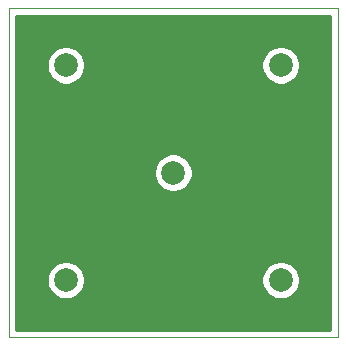
<source format=gbr>
G04 #@! TF.GenerationSoftware,KiCad,Pcbnew,5.1.5+dfsg1-2build2*
G04 #@! TF.CreationDate,2022-03-05T21:40:51-05:00*
G04 #@! TF.ProjectId,N_FLANGE_4_HOLES,4e5f464c-414e-4474-955f-345f484f4c45,rev?*
G04 #@! TF.SameCoordinates,Original*
G04 #@! TF.FileFunction,Copper,L1,Top*
G04 #@! TF.FilePolarity,Positive*
%FSLAX46Y46*%
G04 Gerber Fmt 4.6, Leading zero omitted, Abs format (unit mm)*
G04 Created by KiCad (PCBNEW 5.1.5+dfsg1-2build2) date 2022-03-05 21:40:51*
%MOMM*%
%LPD*%
G04 APERTURE LIST*
%ADD10C,0.050000*%
%ADD11C,1.998980*%
%ADD12C,0.254000*%
G04 APERTURE END LIST*
D10*
X50000000Y-77900000D02*
X77900000Y-77900000D01*
X77900000Y-50000000D02*
X77900000Y-77900000D01*
X50000000Y-50000000D02*
X77900000Y-50000000D01*
X50000000Y-50000000D02*
X50000000Y-77900000D01*
D11*
X63950000Y-63950000D03*
X54850000Y-73050000D03*
X73050000Y-73050000D03*
X73050000Y-54850000D03*
X54850000Y-54850000D03*
D12*
G36*
X77240001Y-77240000D02*
G01*
X50660000Y-77240000D01*
X50660000Y-72889017D01*
X53215510Y-72889017D01*
X53215510Y-73210983D01*
X53278322Y-73526763D01*
X53401533Y-73824222D01*
X53580408Y-74091927D01*
X53808073Y-74319592D01*
X54075778Y-74498467D01*
X54373237Y-74621678D01*
X54689017Y-74684490D01*
X55010983Y-74684490D01*
X55326763Y-74621678D01*
X55624222Y-74498467D01*
X55891927Y-74319592D01*
X56119592Y-74091927D01*
X56298467Y-73824222D01*
X56421678Y-73526763D01*
X56484490Y-73210983D01*
X56484490Y-72889017D01*
X71415510Y-72889017D01*
X71415510Y-73210983D01*
X71478322Y-73526763D01*
X71601533Y-73824222D01*
X71780408Y-74091927D01*
X72008073Y-74319592D01*
X72275778Y-74498467D01*
X72573237Y-74621678D01*
X72889017Y-74684490D01*
X73210983Y-74684490D01*
X73526763Y-74621678D01*
X73824222Y-74498467D01*
X74091927Y-74319592D01*
X74319592Y-74091927D01*
X74498467Y-73824222D01*
X74621678Y-73526763D01*
X74684490Y-73210983D01*
X74684490Y-72889017D01*
X74621678Y-72573237D01*
X74498467Y-72275778D01*
X74319592Y-72008073D01*
X74091927Y-71780408D01*
X73824222Y-71601533D01*
X73526763Y-71478322D01*
X73210983Y-71415510D01*
X72889017Y-71415510D01*
X72573237Y-71478322D01*
X72275778Y-71601533D01*
X72008073Y-71780408D01*
X71780408Y-72008073D01*
X71601533Y-72275778D01*
X71478322Y-72573237D01*
X71415510Y-72889017D01*
X56484490Y-72889017D01*
X56421678Y-72573237D01*
X56298467Y-72275778D01*
X56119592Y-72008073D01*
X55891927Y-71780408D01*
X55624222Y-71601533D01*
X55326763Y-71478322D01*
X55010983Y-71415510D01*
X54689017Y-71415510D01*
X54373237Y-71478322D01*
X54075778Y-71601533D01*
X53808073Y-71780408D01*
X53580408Y-72008073D01*
X53401533Y-72275778D01*
X53278322Y-72573237D01*
X53215510Y-72889017D01*
X50660000Y-72889017D01*
X50660000Y-63789017D01*
X62315510Y-63789017D01*
X62315510Y-64110983D01*
X62378322Y-64426763D01*
X62501533Y-64724222D01*
X62680408Y-64991927D01*
X62908073Y-65219592D01*
X63175778Y-65398467D01*
X63473237Y-65521678D01*
X63789017Y-65584490D01*
X64110983Y-65584490D01*
X64426763Y-65521678D01*
X64724222Y-65398467D01*
X64991927Y-65219592D01*
X65219592Y-64991927D01*
X65398467Y-64724222D01*
X65521678Y-64426763D01*
X65584490Y-64110983D01*
X65584490Y-63789017D01*
X65521678Y-63473237D01*
X65398467Y-63175778D01*
X65219592Y-62908073D01*
X64991927Y-62680408D01*
X64724222Y-62501533D01*
X64426763Y-62378322D01*
X64110983Y-62315510D01*
X63789017Y-62315510D01*
X63473237Y-62378322D01*
X63175778Y-62501533D01*
X62908073Y-62680408D01*
X62680408Y-62908073D01*
X62501533Y-63175778D01*
X62378322Y-63473237D01*
X62315510Y-63789017D01*
X50660000Y-63789017D01*
X50660000Y-54689017D01*
X53215510Y-54689017D01*
X53215510Y-55010983D01*
X53278322Y-55326763D01*
X53401533Y-55624222D01*
X53580408Y-55891927D01*
X53808073Y-56119592D01*
X54075778Y-56298467D01*
X54373237Y-56421678D01*
X54689017Y-56484490D01*
X55010983Y-56484490D01*
X55326763Y-56421678D01*
X55624222Y-56298467D01*
X55891927Y-56119592D01*
X56119592Y-55891927D01*
X56298467Y-55624222D01*
X56421678Y-55326763D01*
X56484490Y-55010983D01*
X56484490Y-54689017D01*
X71415510Y-54689017D01*
X71415510Y-55010983D01*
X71478322Y-55326763D01*
X71601533Y-55624222D01*
X71780408Y-55891927D01*
X72008073Y-56119592D01*
X72275778Y-56298467D01*
X72573237Y-56421678D01*
X72889017Y-56484490D01*
X73210983Y-56484490D01*
X73526763Y-56421678D01*
X73824222Y-56298467D01*
X74091927Y-56119592D01*
X74319592Y-55891927D01*
X74498467Y-55624222D01*
X74621678Y-55326763D01*
X74684490Y-55010983D01*
X74684490Y-54689017D01*
X74621678Y-54373237D01*
X74498467Y-54075778D01*
X74319592Y-53808073D01*
X74091927Y-53580408D01*
X73824222Y-53401533D01*
X73526763Y-53278322D01*
X73210983Y-53215510D01*
X72889017Y-53215510D01*
X72573237Y-53278322D01*
X72275778Y-53401533D01*
X72008073Y-53580408D01*
X71780408Y-53808073D01*
X71601533Y-54075778D01*
X71478322Y-54373237D01*
X71415510Y-54689017D01*
X56484490Y-54689017D01*
X56421678Y-54373237D01*
X56298467Y-54075778D01*
X56119592Y-53808073D01*
X55891927Y-53580408D01*
X55624222Y-53401533D01*
X55326763Y-53278322D01*
X55010983Y-53215510D01*
X54689017Y-53215510D01*
X54373237Y-53278322D01*
X54075778Y-53401533D01*
X53808073Y-53580408D01*
X53580408Y-53808073D01*
X53401533Y-54075778D01*
X53278322Y-54373237D01*
X53215510Y-54689017D01*
X50660000Y-54689017D01*
X50660000Y-50660000D01*
X77240000Y-50660000D01*
X77240001Y-77240000D01*
G37*
X77240001Y-77240000D02*
X50660000Y-77240000D01*
X50660000Y-72889017D01*
X53215510Y-72889017D01*
X53215510Y-73210983D01*
X53278322Y-73526763D01*
X53401533Y-73824222D01*
X53580408Y-74091927D01*
X53808073Y-74319592D01*
X54075778Y-74498467D01*
X54373237Y-74621678D01*
X54689017Y-74684490D01*
X55010983Y-74684490D01*
X55326763Y-74621678D01*
X55624222Y-74498467D01*
X55891927Y-74319592D01*
X56119592Y-74091927D01*
X56298467Y-73824222D01*
X56421678Y-73526763D01*
X56484490Y-73210983D01*
X56484490Y-72889017D01*
X71415510Y-72889017D01*
X71415510Y-73210983D01*
X71478322Y-73526763D01*
X71601533Y-73824222D01*
X71780408Y-74091927D01*
X72008073Y-74319592D01*
X72275778Y-74498467D01*
X72573237Y-74621678D01*
X72889017Y-74684490D01*
X73210983Y-74684490D01*
X73526763Y-74621678D01*
X73824222Y-74498467D01*
X74091927Y-74319592D01*
X74319592Y-74091927D01*
X74498467Y-73824222D01*
X74621678Y-73526763D01*
X74684490Y-73210983D01*
X74684490Y-72889017D01*
X74621678Y-72573237D01*
X74498467Y-72275778D01*
X74319592Y-72008073D01*
X74091927Y-71780408D01*
X73824222Y-71601533D01*
X73526763Y-71478322D01*
X73210983Y-71415510D01*
X72889017Y-71415510D01*
X72573237Y-71478322D01*
X72275778Y-71601533D01*
X72008073Y-71780408D01*
X71780408Y-72008073D01*
X71601533Y-72275778D01*
X71478322Y-72573237D01*
X71415510Y-72889017D01*
X56484490Y-72889017D01*
X56421678Y-72573237D01*
X56298467Y-72275778D01*
X56119592Y-72008073D01*
X55891927Y-71780408D01*
X55624222Y-71601533D01*
X55326763Y-71478322D01*
X55010983Y-71415510D01*
X54689017Y-71415510D01*
X54373237Y-71478322D01*
X54075778Y-71601533D01*
X53808073Y-71780408D01*
X53580408Y-72008073D01*
X53401533Y-72275778D01*
X53278322Y-72573237D01*
X53215510Y-72889017D01*
X50660000Y-72889017D01*
X50660000Y-63789017D01*
X62315510Y-63789017D01*
X62315510Y-64110983D01*
X62378322Y-64426763D01*
X62501533Y-64724222D01*
X62680408Y-64991927D01*
X62908073Y-65219592D01*
X63175778Y-65398467D01*
X63473237Y-65521678D01*
X63789017Y-65584490D01*
X64110983Y-65584490D01*
X64426763Y-65521678D01*
X64724222Y-65398467D01*
X64991927Y-65219592D01*
X65219592Y-64991927D01*
X65398467Y-64724222D01*
X65521678Y-64426763D01*
X65584490Y-64110983D01*
X65584490Y-63789017D01*
X65521678Y-63473237D01*
X65398467Y-63175778D01*
X65219592Y-62908073D01*
X64991927Y-62680408D01*
X64724222Y-62501533D01*
X64426763Y-62378322D01*
X64110983Y-62315510D01*
X63789017Y-62315510D01*
X63473237Y-62378322D01*
X63175778Y-62501533D01*
X62908073Y-62680408D01*
X62680408Y-62908073D01*
X62501533Y-63175778D01*
X62378322Y-63473237D01*
X62315510Y-63789017D01*
X50660000Y-63789017D01*
X50660000Y-54689017D01*
X53215510Y-54689017D01*
X53215510Y-55010983D01*
X53278322Y-55326763D01*
X53401533Y-55624222D01*
X53580408Y-55891927D01*
X53808073Y-56119592D01*
X54075778Y-56298467D01*
X54373237Y-56421678D01*
X54689017Y-56484490D01*
X55010983Y-56484490D01*
X55326763Y-56421678D01*
X55624222Y-56298467D01*
X55891927Y-56119592D01*
X56119592Y-55891927D01*
X56298467Y-55624222D01*
X56421678Y-55326763D01*
X56484490Y-55010983D01*
X56484490Y-54689017D01*
X71415510Y-54689017D01*
X71415510Y-55010983D01*
X71478322Y-55326763D01*
X71601533Y-55624222D01*
X71780408Y-55891927D01*
X72008073Y-56119592D01*
X72275778Y-56298467D01*
X72573237Y-56421678D01*
X72889017Y-56484490D01*
X73210983Y-56484490D01*
X73526763Y-56421678D01*
X73824222Y-56298467D01*
X74091927Y-56119592D01*
X74319592Y-55891927D01*
X74498467Y-55624222D01*
X74621678Y-55326763D01*
X74684490Y-55010983D01*
X74684490Y-54689017D01*
X74621678Y-54373237D01*
X74498467Y-54075778D01*
X74319592Y-53808073D01*
X74091927Y-53580408D01*
X73824222Y-53401533D01*
X73526763Y-53278322D01*
X73210983Y-53215510D01*
X72889017Y-53215510D01*
X72573237Y-53278322D01*
X72275778Y-53401533D01*
X72008073Y-53580408D01*
X71780408Y-53808073D01*
X71601533Y-54075778D01*
X71478322Y-54373237D01*
X71415510Y-54689017D01*
X56484490Y-54689017D01*
X56421678Y-54373237D01*
X56298467Y-54075778D01*
X56119592Y-53808073D01*
X55891927Y-53580408D01*
X55624222Y-53401533D01*
X55326763Y-53278322D01*
X55010983Y-53215510D01*
X54689017Y-53215510D01*
X54373237Y-53278322D01*
X54075778Y-53401533D01*
X53808073Y-53580408D01*
X53580408Y-53808073D01*
X53401533Y-54075778D01*
X53278322Y-54373237D01*
X53215510Y-54689017D01*
X50660000Y-54689017D01*
X50660000Y-50660000D01*
X77240000Y-50660000D01*
X77240001Y-77240000D01*
M02*

</source>
